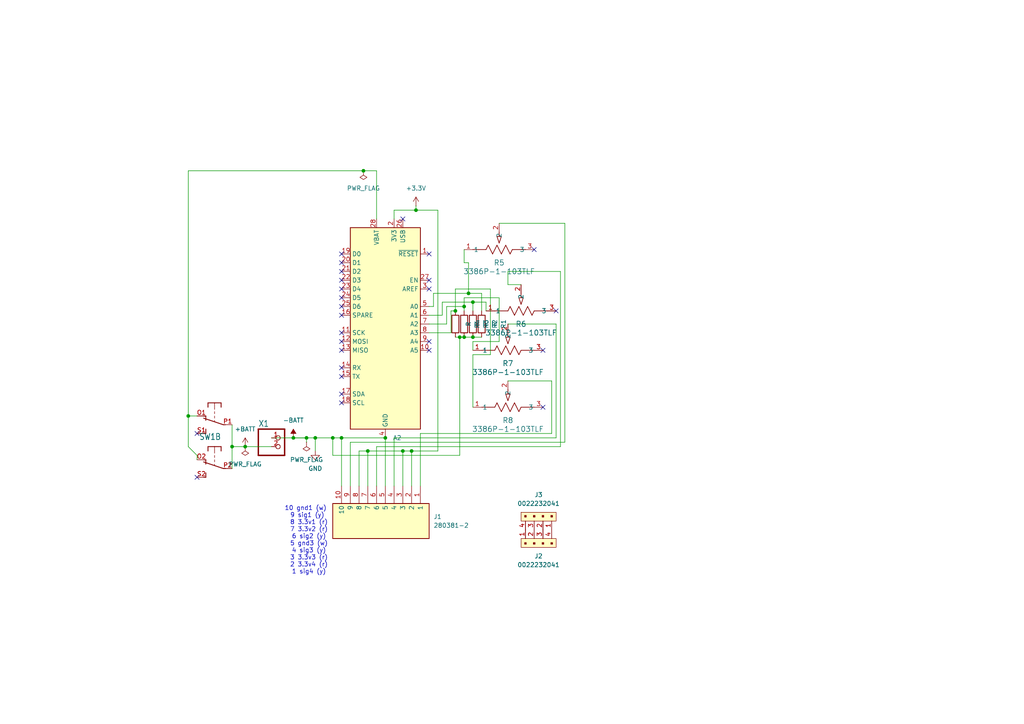
<source format=kicad_sch>
(kicad_sch (version 20231120) (generator "eeschema") (generator_version "8.0")
  (paper "A4")
  (lib_symbols
    (symbol "2024-10-11_09-35-27:3386P-1-103TLF" (pin_names (offset 0.254))
      (property "Reference" "R" (at 10.795 -3.175 0))
      (property "Value" "3386P-1-103TLF" (at 10.795 -6.35 0))
      (symbol "3386P-1-103TLF_1_1"
        (polyline (pts (xy 2.54 0) (xy 6.35 0)) (stroke (width 0.2032)))
        (polyline (pts (xy 6.35 0) (xy 6.985 1.27)) (stroke (width 0.2032)))
        (polyline (pts (xy 6.985 1.27) (xy 8.255 -1.27)) (stroke (width 0.2032)))
        (polyline (pts (xy 8.255 -1.27) (xy 9.525 1.27)) (stroke (width 0.2032)))
        (polyline (pts (xy 9.525 1.27) (xy 10.795 -1.27)) (stroke (width 0.2032)))
        (polyline (pts (xy 9.525 3.81) (xy 10.16 1.905)) (stroke (width 0.2032)))
        (polyline (pts (xy 9.525 3.81) (xy 10.795 3.81)) (stroke (width 0.2032)))
        (polyline (pts (xy 10.16 3.81) (xy 10.16 5.08)) (stroke (width 0.2032)))
        (polyline (pts (xy 10.795 -1.27) (xy 12.065 1.27)) (stroke (width 0.2032)))
        (polyline (pts (xy 10.795 3.81) (xy 10.16 1.905)) (stroke (width 0.2032)))
        (polyline (pts (xy 12.065 1.27) (xy 13.335 -1.27)) (stroke (width 0.2032)))
        (polyline (pts (xy 13.335 -1.27) (xy 13.97 0)) (stroke (width 0.2032)))
        (polyline (pts (xy 13.97 0) (xy 17.78 0)) (stroke (width 0.2032)))
        (pin unspecified line (at 0 0 0) (length 2.54) (name "1") (number "1"))
        (pin unspecified line (at 10.16 7.62 270) (length 2.54) (name "2") (number "2"))
        (pin unspecified line (at 20.32 0 180) (length 2.54) (name "3") (number "3"))
      )
      (symbol "3386P-1-103TLF_1_2"
        (polyline (pts (xy -3.81 -10.795) (xy -3.81 -9.525)) (stroke (width 0.2032)))
        (polyline (pts (xy -3.81 -10.795) (xy -1.905 -10.16)) (stroke (width 0.2032)))
        (polyline (pts (xy -3.81 -10.16) (xy -5.08 -10.16)) (stroke (width 0.2032)))
        (polyline (pts (xy -3.81 -9.525) (xy -1.905 -10.16)) (stroke (width 0.2032)))
        (polyline (pts (xy -1.27 -13.335) (xy 1.27 -12.065)) (stroke (width 0.2032)))
        (polyline (pts (xy -1.27 -10.795) (xy 1.27 -9.525)) (stroke (width 0.2032)))
        (polyline (pts (xy -1.27 -8.255) (xy 1.27 -6.985)) (stroke (width 0.2032)))
        (polyline (pts (xy 0 -17.78) (xy 0 -13.97)) (stroke (width 0.2032)))
        (polyline (pts (xy 0 -13.97) (xy -1.27 -13.335)) (stroke (width 0.2032)))
        (polyline (pts (xy 0 -6.35) (xy 0 -2.54)) (stroke (width 0.2032)))
        (polyline (pts (xy 1.27 -12.065) (xy -1.27 -10.795)) (stroke (width 0.2032)))
        (polyline (pts (xy 1.27 -9.525) (xy -1.27 -8.255)) (stroke (width 0.2032)))
        (polyline (pts (xy 1.27 -6.985) (xy 0 -6.35)) (stroke (width 0.2032)))
        (pin unspecified line (at 0 0 270) (length 2.54) (name "1") (number "1"))
        (pin unspecified line (at -7.62 -10.16 0) (length 2.54) (name "2") (number "2"))
        (pin unspecified line (at 0 -20.32 90) (length 2.54) (name "3") (number "3"))
      )
    )
    (symbol "280381-2:280381-2"
      (property "Reference" "J" (at 16.51 7.62 0))
      (property "Value" "280381-2" (at 16.51 5.08 0))
      (symbol "280381-2_1_1"
        (rectangle (start 5.08 2.54) (end 15.24 -25.4) (stroke (width 0.254)) (fill (type background)))
        (pin passive line (at 0 0 0) (length 5.08) (name "1") (number "1"))
        (pin passive line (at 0 -22.86 0) (length 5.08) (name "10") (number "10"))
        (pin passive line (at 0 -2.54 0) (length 5.08) (name "2") (number "2"))
        (pin passive line (at 0 -5.08 0) (length 5.08) (name "3") (number "3"))
        (pin passive line (at 0 -7.62 0) (length 5.08) (name "4") (number "4"))
        (pin passive line (at 0 -10.16 0) (length 5.08) (name "5") (number "5"))
        (pin passive line (at 0 -12.7 0) (length 5.08) (name "6") (number "6"))
        (pin passive line (at 0 -15.24 0) (length 5.08) (name "7") (number "7"))
        (pin passive line (at 0 -17.78 0) (length 5.08) (name "8") (number "8"))
        (pin passive line (at 0 -20.32 0) (length 5.08) (name "9") (number "9"))
      )
    )
    (symbol "Device:R" (pin_numbers hide) (pin_names (offset 0))
      (property "Reference" "R" (at 2.032 0 90))
      (property "Value" "R" (at 0 0 90))
      (symbol "R_0_1"
        (rectangle (start -1.016 -2.54) (end 1.016 2.54) (stroke (width 0.254)))
      )
      (symbol "R_1_1"
        (pin passive line (at 0 3.81 270) (length 1.27) (name "~") (number "1"))
        (pin passive line (at 0 -3.81 90) (length 1.27) (name "~") (number "2"))
      )
    )
    (symbol "JST2 switch-eagle-import:CON_JST_PH_2PIN"
      (property "Reference" "X" (at -6.35 5.715 0))
      (symbol "CON_JST_PH_2PIN_1_0"
        (polyline (pts (xy -6.35 -2.54) (xy 1.27 -2.54)) (stroke (width 0.4064)))
        (polyline (pts (xy -6.35 5.08) (xy -6.35 -2.54)) (stroke (width 0.4064)))
        (polyline (pts (xy 1.27 -2.54) (xy 1.27 5.08)) (stroke (width 0.4064)))
        (polyline (pts (xy 1.27 5.08) (xy -6.35 5.08)) (stroke (width 0.4064)))
        (pin passive inverted (at -2.54 2.54 0) (length 2.54) (name "1") (number "1"))
        (pin passive inverted (at -2.54 0 0) (length 2.54) (name "2") (number "2"))
      )
    )
    (symbol "JST2 switch-eagle-import:DPDT-EG1390"
      (property "Reference" "SW" (at -8.255 -1.905 90))
      (symbol "DPDT-EG1390_1_0"
        (polyline (pts (xy -6.35 -1.905) (xy -5.08 -1.905)) (stroke (width 0.254)))
        (polyline (pts (xy -6.35 0) (xy -6.35 -1.905)) (stroke (width 0.254)))
        (polyline (pts (xy -6.35 0) (xy -4.445 0)) (stroke (width 0.1524)))
        (polyline (pts (xy -6.35 1.905) (xy -6.35 0)) (stroke (width 0.254)))
        (polyline (pts (xy -6.35 1.905) (xy -5.08 1.905)) (stroke (width 0.254)))
        (polyline (pts (xy -3.175 0) (xy -3.81 0)) (stroke (width 0.1524)))
        (polyline (pts (xy -2.54 2.54) (xy -2.54 3.175)) (stroke (width 0.254)))
        (polyline (pts (xy -2.54 2.54) (xy -1.27 2.54)) (stroke (width 0.254)))
        (polyline (pts (xy -1.905 0) (xy -2.54 0)) (stroke (width 0.1524)))
        (polyline (pts (xy -0.889 0) (xy -1.27 0)) (stroke (width 0.1524)))
        (polyline (pts (xy 0 -3.175) (xy 0 -2.54)) (stroke (width 0.254)))
        (polyline (pts (xy 0 -2.54) (xy -1.905 3.175)) (stroke (width 0.254)))
        (polyline (pts (xy 1.27 2.54) (xy 2.54 2.54)) (stroke (width 0.254)))
        (polyline (pts (xy 2.54 2.54) (xy 2.54 3.175)) (stroke (width 0.254)))
        (pin passive line (at -2.54 5.08 270) (length 2.54) (name "O") (number "O1"))
        (pin passive line (at 0 -5.08 90) (length 2.54) (name "P") (number "P1"))
        (pin passive line (at 2.54 5.08 270) (length 2.54) (name "S") (number "S1"))
      )
      (symbol "DPDT-EG1390_2_0"
        (polyline (pts (xy -6.35 -1.905) (xy -5.08 -1.905)) (stroke (width 0.254)))
        (polyline (pts (xy -6.35 0) (xy -6.35 -1.905)) (stroke (width 0.254)))
        (polyline (pts (xy -6.35 0) (xy -4.445 0)) (stroke (width 0.1524)))
        (polyline (pts (xy -6.35 1.905) (xy -6.35 0)) (stroke (width 0.254)))
        (polyline (pts (xy -6.35 1.905) (xy -5.08 1.905)) (stroke (width 0.254)))
        (polyline (pts (xy -3.175 0) (xy -3.81 0)) (stroke (width 0.1524)))
        (polyline (pts (xy -2.54 2.54) (xy -2.54 3.175)) (stroke (width 0.254)))
        (polyline (pts (xy -2.54 2.54) (xy -1.27 2.54)) (stroke (width 0.254)))
        (polyline (pts (xy -1.905 0) (xy -2.54 0)) (stroke (width 0.1524)))
        (polyline (pts (xy -0.889 0) (xy -1.27 0)) (stroke (width 0.1524)))
        (polyline (pts (xy 0 -3.175) (xy 0 -2.54)) (stroke (width 0.254)))
        (polyline (pts (xy 0 -2.54) (xy -1.905 3.175)) (stroke (width 0.254)))
        (polyline (pts (xy 1.27 2.54) (xy 2.54 2.54)) (stroke (width 0.254)))
        (polyline (pts (xy 2.54 2.54) (xy 2.54 3.175)) (stroke (width 0.254)))
        (pin passive line (at -2.54 5.08 270) (length 2.54) (name "O") (number "O2"))
        (pin passive line (at 0 -5.08 90) (length 2.54) (name "P") (number "P2"))
        (pin passive line (at 2.54 5.08 270) (length 2.54) (name "S") (number "S2"))
      )
    )
    (symbol "MCU_Module:Adafruit_Feather_Generic"
      (property "Reference" "A2" (at 2.1941 -33.02 0))
      (symbol "Adafruit_Feather_Generic_0_1"
        (rectangle (start -10.16 27.94) (end 10.16 -30.48) (stroke (width 0.254)) (fill (type background)))
      )
      (symbol "Adafruit_Feather_Generic_1_1"
        (pin input line (at 12.7 20.32 180) (length 2.54) (name "~{RESET}") (number "1"))
        (pin bidirectional line (at 12.7 -7.62 180) (length 2.54) (name "A5") (number "10"))
        (pin bidirectional line (at -12.7 -2.54 0) (length 2.54) (name "SCK") (number "11"))
        (pin bidirectional line (at -12.7 -5.08 0) (length 2.54) (name "MOSI") (number "12"))
        (pin bidirectional line (at -12.7 -7.62 0) (length 2.54) (name "MISO") (number "13"))
        (pin bidirectional line (at -12.7 -12.7 0) (length 2.54) (name "RX") (number "14"))
        (pin bidirectional line (at -12.7 -15.24 0) (length 2.54) (name "TX") (number "15"))
        (pin bidirectional line (at -12.7 2.54 0) (length 2.54) (name "SPARE") (number "16"))
        (pin bidirectional line (at -12.7 -20.32 0) (length 2.54) (name "SDA") (number "17"))
        (pin bidirectional line (at -12.7 -22.86 0) (length 2.54) (name "SCL") (number "18"))
        (pin bidirectional line (at -12.7 20.32 0) (length 2.54) (name "D0") (number "19"))
        (pin power_out line (at 2.54 30.48 270) (length 2.54) (name "3V3") (number "2"))
        (pin bidirectional line (at -12.7 17.78 0) (length 2.54) (name "D1") (number "20"))
        (pin bidirectional line (at -12.7 15.24 0) (length 2.54) (name "D2") (number "21"))
        (pin bidirectional line (at -12.7 12.7 0) (length 2.54) (name "D3") (number "22"))
        (pin bidirectional line (at -12.7 10.16 0) (length 2.54) (name "D4") (number "23"))
        (pin bidirectional line (at -12.7 7.62 0) (length 2.54) (name "D5") (number "24"))
        (pin bidirectional line (at -12.7 5.08 0) (length 2.54) (name "D6") (number "25"))
        (pin power_in line (at 5.08 30.48 270) (length 2.54) (name "USB") (number "26"))
        (pin input line (at 12.7 12.7 180) (length 2.54) (name "EN") (number "27"))
        (pin power_in line (at -2.54 30.48 270) (length 2.54) (name "VBAT") (number "28"))
        (pin input line (at 12.7 10.16 180) (length 2.54) (name "AREF") (number "3"))
        (pin power_in line (at 0 -33.02 90) (length 2.54) (name "GND") (number "4"))
        (pin unspecified line (at 12.7 5.08 180) (length 2.54) (name "A0") (number "5"))
        (pin unspecified line (at 12.7 2.54 180) (length 2.54) (name "A1") (number "6"))
        (pin unspecified line (at 12.7 0 180) (length 2.54) (name "A2") (number "7"))
        (pin unspecified line (at 12.7 -2.54 180) (length 2.54) (name "A3") (number "8"))
        (pin bidirectional line (at 12.7 -5.08 180) (length 2.54) (name "A4") (number "9"))
      )
    )
    (symbol "dk_Rectangular-Connectors-Headers-Male-Pins:0022232041" (pin_names (offset 1.016))
      (property "Reference" "J" (at -2.54 1.27 0))
      (property "Value" "0022232041" (at 3.81 -3.81 0))
      (symbol "0022232041_1_1"
        (rectangle (start -1.27 0) (end 8.89 -2.54) (fill (type background)))
        (rectangle (start -0.254 -1.143) (end 0.254 -1.651) (fill (type outline)))
        (rectangle (start 2.286 -1.143) (end 2.794 -1.651) (fill (type outline)))
        (rectangle (start 4.826 -1.143) (end 5.334 -1.651) (fill (type outline)))
        (rectangle (start 7.366 -1.143) (end 7.874 -1.651) (fill (type outline)))
        (pin passive line (at 0 2.54 270) (length 2.54) (name "~") (number "1"))
        (pin passive line (at 2.54 2.54 270) (length 2.54) (name "~") (number "2"))
        (pin passive line (at 5.08 2.54 270) (length 2.54) (name "~") (number "3"))
        (pin passive line (at 7.62 2.54 270) (length 2.54) (name "~") (number "4"))
      )
    )
    (symbol "power:+3.3V" (power) (pin_numbers hide) (pin_names (offset 0) hide)
      (property "Value" "+3.3V" (at 0 3.556 0))
      (symbol "+3.3V_0_1"
        (polyline (pts (xy -0.762 1.27) (xy 0 2.54)))
        (polyline (pts (xy 0 0) (xy 0 2.54)))
        (polyline (pts (xy 0 2.54) (xy 0.762 1.27)))
      )
      (symbol "+3.3V_1_1"
        (pin power_in line (at 0 0 90) (length 0) (name "~") (number "1"))
      )
    )
    (symbol "power:+BATT" (power) (pin_numbers hide) (pin_names (offset 0) hide)
      (property "Value" "+BATT" (at 0 3.556 0))
      (symbol "+BATT_0_1"
        (polyline (pts (xy -0.762 1.27) (xy 0 2.54)))
        (polyline (pts (xy 0 0) (xy 0 2.54)))
        (polyline (pts (xy 0 2.54) (xy 0.762 1.27)))
      )
      (symbol "+BATT_1_1"
        (pin power_in line (at 0 0 90) (length 0) (name "~") (number "1"))
      )
    )
    (symbol "power:-BATT" (power) (pin_numbers hide) (pin_names (offset 0) hide)
      (property "Value" "-BATT" (at 0 3.556 0))
      (symbol "-BATT_0_1"
        (polyline (pts (xy 0 0) (xy 0 2.54)))
        (polyline (pts (xy 0.762 1.27) (xy -0.762 1.27) (xy 0 2.54) (xy 0.762 1.27)) (fill (type outline)))
      )
      (symbol "-BATT_1_1"
        (pin power_in line (at 0 0 90) (length 0) (name "~") (number "1"))
      )
    )
    (symbol "power:GND" (power) (pin_numbers hide) (pin_names (offset 0) hide)
      (property "Value" "GND" (at 0 -3.81 0))
      (symbol "GND_0_1"
        (polyline (pts (xy 0 0) (xy 0 -1.27) (xy 1.27 -1.27) (xy 0 -2.54) (xy -1.27 -1.27) (xy 0 -1.27)))
      )
      (symbol "GND_1_1"
        (pin power_in line (at 0 0 270) (length 0) (name "~") (number "1"))
      )
    )
    (symbol "power:PWR_FLAG" (power) (pin_numbers hide) (pin_names (offset 0) hide)
      (property "Value" "PWR_FLAG" (at 0 3.81 0))
      (symbol "PWR_FLAG_0_0"
        (pin power_out line (at 0 0 90) (length 0) (name "~") (number "1"))
      )
      (symbol "PWR_FLAG_0_1"
        (polyline (pts (xy 0 0) (xy 0 1.27) (xy -1.016 1.905) (xy 0 2.54) (xy 1.016 1.905) (xy 0 1.27)))
      )
    )
  )
  (junction (at 54.61 120.65))
  (junction (at 134.62 97.79))
  (junction (at 106.68 130.81))
  (junction (at 91.44 127))
  (junction (at 111.76 127))
  (junction (at 119.38 130.81))
  (junction (at 133.35 97.79))
  (junction (at 71.12 129.54))
  (junction (at 105.41 49.53))
  (junction (at 137.16 97.79))
  (junction (at 67.31 129.54))
  (junction (at 96.52 127))
  (junction (at 134.62 88.9))
  (junction (at 137.16 87.63))
  (junction (at 116.84 130.81))
  (junction (at 88.9 127))
  (junction (at 120.65 60.96))
  (junction (at 85.09 127))
  (junction (at 132.08 90.17))
  (junction (at 99.06 127))
  (junction (at 135.89 85.09))
  (no_connect (at 99.06 106.68))
  (no_connect (at 116.84 63.5))
  (no_connect (at 99.06 99.06))
  (no_connect (at 57.15 125.73))
  (no_connect (at 99.06 83.82))
  (no_connect (at 99.06 78.74))
  (no_connect (at 157.48 118.11))
  (no_connect (at 99.06 88.9))
  (no_connect (at 124.46 83.82))
  (no_connect (at 157.48 101.6))
  (no_connect (at 57.15 138.43))
  (no_connect (at 99.06 91.44))
  (no_connect (at 124.46 73.66))
  (no_connect (at 124.46 99.06))
  (no_connect (at 99.06 81.28))
  (no_connect (at 99.06 109.22))
  (no_connect (at 99.06 96.52))
  (no_connect (at 99.06 76.2))
  (no_connect (at 99.06 114.3))
  (no_connect (at 124.46 101.6))
  (no_connect (at 161.29 90.17))
  (no_connect (at 99.06 86.36))
  (no_connect (at 124.46 81.28))
  (no_connect (at 99.06 73.66))
  (no_connect (at 154.94 72.39))
  (no_connect (at 99.06 101.6))
  (no_connect (at 99.06 116.84))
  (wire (pts (xy 111.76 140.97) (xy 111.76 127)))
  (wire (pts (xy 144.78 99.06) (xy 144.78 86.36)))
  (wire (pts (xy 147.32 78.74) (xy 147.32 82.55)))
  (wire (pts (xy 137.16 87.63) (xy 128.27 87.63)))
  (wire (pts (xy 133.35 132.08) (xy 96.52 132.08)))
  (wire (pts (xy 137.16 101.6) (xy 137.16 99.06)))
  (wire (pts (xy 129.54 88.9) (xy 129.54 93.98)))
  (wire (pts (xy 85.09 127) (xy 88.9 127)) (stroke (width 0.1524)))
  (wire (pts (xy 99.06 127) (xy 99.06 140.97)))
  (wire (pts (xy 121.92 140.97) (xy 121.92 125.73)))
  (wire (pts (xy 109.22 49.53) (xy 109.22 63.5)) (stroke (width 0.1524)))
  (wire (pts (xy 128.27 87.63) (xy 128.27 91.44)))
  (wire (pts (xy 88.9 127) (xy 91.44 127)) (stroke (width 0.1524)))
  (wire (pts (xy 135.89 85.09) (xy 125.73 85.09)))
  (wire (pts (xy 140.97 90.17) (xy 140.97 87.63)))
  (wire (pts (xy 137.16 97.79) (xy 139.7 97.79)))
  (wire (pts (xy 116.84 130.81) (xy 119.38 130.81)))
  (wire (pts (xy 137.16 99.06) (xy 144.78 99.06)))
  (wire (pts (xy 133.35 97.79) (xy 134.62 97.79)))
  (wire (pts (xy 54.61 120.65) (xy 54.61 49.53)) (stroke (width 0.1524)))
  (wire (pts (xy 57.15 120.65) (xy 54.61 120.65)) (stroke (width 0.1524)))
  (wire (pts (xy 139.7 85.09) (xy 135.89 85.09)))
  (wire (pts (xy 99.06 127) (xy 111.76 127)))
  (wire (pts (xy 67.31 129.54) (xy 67.31 135.89)) (stroke (width 0.1524)))
  (wire (pts (xy 96.52 132.08) (xy 96.52 127)))
  (wire (pts (xy 130.81 90.17) (xy 130.81 96.52)))
  (wire (pts (xy 137.16 102.87) (xy 142.24 102.87)))
  (wire (pts (xy 101.6 128.27) (xy 163.83 128.27)))
  (wire (pts (xy 125.73 85.09) (xy 125.73 88.9)))
  (wire (pts (xy 125.73 88.9) (xy 124.46 88.9)))
  (wire (pts (xy 121.92 125.73) (xy 160.02 125.73)))
  (wire (pts (xy 106.68 130.81) (xy 104.14 130.81)))
  (wire (pts (xy 139.7 85.09) (xy 139.7 90.17)))
  (wire (pts (xy 137.16 118.11) (xy 137.16 102.87)))
  (wire (pts (xy 57.15 133.35) (xy 57.15 132.08)) (stroke (width 0.1524)))
  (wire (pts (xy 134.62 72.39) (xy 134.62 76.2)))
  (wire (pts (xy 132.08 83.82) (xy 132.08 90.17)))
  (wire (pts (xy 106.68 130.81) (xy 116.84 130.81)))
  (wire (pts (xy 128.27 91.44) (xy 124.46 91.44)))
  (wire (pts (xy 130.81 96.52) (xy 124.46 96.52)))
  (wire (pts (xy 137.16 87.63) (xy 137.16 90.17)))
  (wire (pts (xy 96.52 127) (xy 99.06 127)) (stroke (width 0.1524)))
  (wire (pts (xy 104.14 130.81) (xy 104.14 140.97)))
  (wire (pts (xy 71.12 129.54) (xy 78.74 129.54)) (stroke (width 0.1524)))
  (wire (pts (xy 134.62 97.79) (xy 137.16 97.79)))
  (wire (pts (xy 142.24 102.87) (xy 142.24 83.82)))
  (wire (pts (xy 88.9 128.27) (xy 88.9 127)))
  (wire (pts (xy 160.02 110.49) (xy 147.32 110.49)))
  (wire (pts (xy 67.31 123.19) (xy 67.31 129.54)) (stroke (width 0.1524)))
  (wire (pts (xy 109.22 140.97) (xy 109.22 129.54)))
  (wire (pts (xy 161.29 127) (xy 161.29 93.98)))
  (wire (pts (xy 134.62 88.9) (xy 134.62 90.17)))
  (wire (pts (xy 91.44 127) (xy 96.52 127)) (stroke (width 0.1524)))
  (wire (pts (xy 134.62 88.9) (xy 129.54 88.9)))
  (wire (pts (xy 78.74 127) (xy 85.09 127)) (stroke (width 0.1524)))
  (wire (pts (xy 163.83 64.77) (xy 163.83 128.27)))
  (wire (pts (xy 101.6 140.97) (xy 101.6 128.27)))
  (wire (pts (xy 109.22 129.54) (xy 162.56 129.54)))
  (wire (pts (xy 160.02 125.73) (xy 160.02 110.49)))
  (wire (pts (xy 163.83 64.77) (xy 144.78 64.77)))
  (wire (pts (xy 142.24 83.82) (xy 132.08 83.82)))
  (wire (pts (xy 54.61 49.53) (xy 105.41 49.53)) (stroke (width 0.1524)))
  (wire (pts (xy 129.54 93.98) (xy 124.46 93.98)))
  (wire (pts (xy 127 60.96) (xy 127 130.81)))
  (wire (pts (xy 114.3 127) (xy 161.29 127)))
  (wire (pts (xy 114.3 63.5) (xy 114.3 60.96)))
  (wire (pts (xy 57.15 132.08) (xy 54.61 129.54)) (stroke (width 0.1524)))
  (wire (pts (xy 119.38 130.81) (xy 119.38 140.97)))
  (wire (pts (xy 132.08 97.79) (xy 133.35 97.79)))
  (wire (pts (xy 132.08 90.17) (xy 130.81 90.17)))
  (wire (pts (xy 114.3 60.96) (xy 120.65 60.96)))
  (wire (pts (xy 134.62 76.2) (xy 135.89 76.2)))
  (wire (pts (xy 120.65 60.96) (xy 127 60.96)))
  (wire (pts (xy 120.65 59.69) (xy 120.65 60.96)))
  (wire (pts (xy 54.61 120.65) (xy 54.61 129.54)) (stroke (width 0.1524)))
  (wire (pts (xy 88.9 127) (xy 85.09 127)))
  (wire (pts (xy 133.35 97.79) (xy 133.35 132.08)))
  (wire (pts (xy 105.41 49.53) (xy 109.22 49.53)) (stroke (width 0.1524)))
  (wire (pts (xy 162.56 78.74) (xy 162.56 129.54)))
  (wire (pts (xy 147.32 82.55) (xy 151.13 82.55)))
  (wire (pts (xy 135.89 76.2) (xy 135.89 85.09)))
  (wire (pts (xy 144.78 86.36) (xy 134.62 86.36)))
  (wire (pts (xy 134.62 86.36) (xy 134.62 88.9)))
  (wire (pts (xy 91.44 127) (xy 91.44 130.81)))
  (wire (pts (xy 140.97 87.63) (xy 137.16 87.63)))
  (wire (pts (xy 67.31 129.54) (xy 71.12 129.54)) (stroke (width 0.1524)))
  (wire (pts (xy 147.32 93.98) (xy 161.29 93.98)))
  (wire (pts (xy 162.56 78.74) (xy 147.32 78.74)))
  (wire (pts (xy 116.84 130.81) (xy 116.84 140.97)))
  (wire (pts (xy 119.38 130.81) (xy 127 130.81)))
  (wire (pts (xy 114.3 140.97) (xy 114.3 127)))
  (wire (pts (xy 106.68 130.81) (xy 106.68 140.97)))
  (text "10 gnd1 (w)\n 9 sig1 (y)\n  8 3.3v1 (r)\n  7 3.3v2 (r)\n  6 sig2 (y)\n  5 gnd3 (w)\n  4 sig3 (y)\n  3 3.3v3 (r)\n  2 3.3v4 (r)\n  1 sig4 (y)" (at 88.646 156.718 0) (effects (font (size 1.27 1.27))))
  (symbol (lib_id "power:GND") (at 91.44 130.81 0) (unit 1)
    (property "Reference" "#PWR01" (effects (hide yes)))
    (property "Value" "GND" (at 91.44 135.89 0))
    (property "Description" "Power symbol creates a global label with name \"GND\" , ground" (effects (hide yes)))
  )
  (symbol (lib_id "power:PWR_FLAG") (at 105.41 49.53 180) (unit 1)
    (property "Reference" "#FLG01" (effects (hide yes)))
    (property "Value" "PWR_FLAG" (at 105.41 54.61 0))
    (property "Description" "Special symbol for telling ERC where power comes from" (effects (hide yes)))
  )
  (symbol (lib_id "2024-10-11_09-35-27:3386P-1-103TLF") (at 140.97 90.17 0) (unit 1)
    (property "Reference" "R6" (at 151.13 93.98 0) (effects (font (size 1.524 1.524))))
    (property "Value" "3386P-1-103TLF" (at 151.13 96.52 0) (effects (font (size 1.524 1.524))))
    (property "Footprint" "footprints2:POT_3386P" (effects (hide yes)))
    (property "Datasheet" "3386P-1-103TLF" (effects (hide yes)))
  )
  (symbol (lib_id "power:+BATT") (at 71.12 129.54 0) (unit 1)
    (property "Reference" "#PWR05" (effects (hide yes)))
    (property "Value" "+BATT" (at 71.12 124.46 0))
    (property "Description" "Power symbol creates a global label with name \"+BATT\"" (effects (hide yes)))
  )
  (symbol (lib_id "2024-10-11_09-35-27:3386P-1-103TLF") (at 134.62 72.39 0) (unit 1)
    (property "Reference" "R5" (at 144.78 76.2 0) (effects (font (size 1.524 1.524))))
    (property "Value" "3386P-1-103TLF" (at 144.78 78.74 0) (effects (font (size 1.524 1.524))))
    (property "Footprint" "footprints2:POT_3386P" (effects (hide yes)))
    (property "Datasheet" "3386P-1-103TLF" (effects (hide yes)))
  )
  (symbol (lib_id "Device:R") (at 132.08 93.98 0) (unit 1)
    (property "Reference" "R4" (at 138.43 93.98 90))
    (property "Value" "R" (at 135.89 93.98 90))
    (property "Footprint" "Resistor_SMD:R_0805_2012Metric_Pad1.20x1.40mm_HandSolder" (effects (hide yes)))
    (property "Description" "Resistor" (effects (hide yes)))
  )
  (symbol (lib_id "280381-2:280381-2") (at 121.92 140.97 270) (unit 1)
    (property "Reference" "J1" (at 125.73 149.8599 90) (effects (justify left)))
    (property "Value" "280381-2" (at 125.73 152.3999 90) (effects (justify left)))
    (property "Footprint" "KiCad:2803812" (effects (hide yes)))
    (property "Datasheet" "https://www.te.com/commerce/DocumentDelivery/DDEController?Action=srchrtrv&DocNm=280377&DocType=Customer+Drawing&DocLang=English" (effects (hide yes)))
    (property "Description" "10P MODU II SHRD HDR,RT ANG, 0.38AU" (effects (hide yes)))
    (property "Height" "5" (effects (hide yes)))
    (property "Manufacturer_Name" "TE Connectivity" (effects (hide yes)))
    (property "Manufacturer_Part_Number" "280381-2" (effects (hide yes)))
  )
  (symbol (lib_id "power:-BATT") (at 85.09 127 0) (unit 1)
    (property "Reference" "#PWR06" (effects (hide yes)))
    (property "Value" "-BATT" (at 85.09 121.92 0))
    (property "Description" "Power symbol creates a global label with name \"-BATT\"" (effects (hide yes)))
  )
  (symbol (lib_id "MCU_Module:Adafruit_Feather_Generic") (at 111.76 93.98 0) (unit 1)
    (property "Reference" "A2" (at 113.9541 127 0) (effects (justify left)))
    (property "Value" "Adafruit_Feather_Generic" (effects (hide yes)))
    (property "Footprint" "Module:Adafruit_Feather" (effects (hide yes)))
    (property "Datasheet" "https://cdn-learn.adafruit.com/downloads/pdf/adafruit-feather.pdf" (effects (hide yes)))
    (property "Description" "Microcontroller module in various flavor, generic symbol" (effects (hide yes)))
  )
  (symbol (lib_id "JST2 switch-eagle-import:DPDT-EG1390") (at 62.23 123.19 90) (mirror x) (unit 1)
    (property "Reference" "SW1" (effects (hide yes)))
    (property "Value" "DPDT-EG1390" (effects (hide yes)))
    (property "Footprint" "JST2 switch:EG1390" (effects (hide yes)))
  )
  (symbol (lib_id "power:PWR_FLAG") (at 88.9 128.27 180) (unit 1)
    (property "Reference" "#FLG05" (effects (hide yes)))
    (property "Value" "PWR_FLAG" (at 88.9 133.35 0))
    (property "Description" "Special symbol for telling ERC where power comes from" (effects (hide yes)))
  )
  (symbol (lib_id "2024-10-11_09-35-27:3386P-1-103TLF") (at 137.16 118.11 0) (unit 1)
    (property "Reference" "R8" (at 147.32 121.92 0) (effects (font (size 1.524 1.524))))
    (property "Value" "3386P-1-103TLF" (at 147.32 124.46 0) (effects (font (size 1.524 1.524))))
    (property "Footprint" "footprints2:POT_3386P" (effects (hide yes)))
    (property "Datasheet" "3386P-1-103TLF" (effects (hide yes)))
  )
  (symbol (lib_id "Device:R") (at 134.62 93.98 0) (unit 1)
    (property "Reference" "R3" (at 140.97 93.98 90))
    (property "Value" "R" (at 138.43 93.98 90))
    (property "Footprint" "Resistor_SMD:R_0805_2012Metric_Pad1.20x1.40mm_HandSolder" (effects (hide yes)))
    (property "Description" "Resistor" (effects (hide yes)))
  )
  (symbol (lib_id "Device:R") (at 139.7 93.98 0) (unit 1)
    (property "Reference" "R1" (at 146.05 93.98 90))
    (property "Value" "R" (at 143.51 93.98 90))
    (property "Footprint" "Resistor_SMD:R_0805_2012Metric_Pad1.20x1.40mm_HandSolder" (effects (hide yes)))
    (property "Description" "Resistor" (effects (hide yes)))
  )
  (symbol (lib_id "JST2 switch-eagle-import:DPDT-EG1390") (at 62.23 135.89 90) (mirror x) (unit 2)
    (property "Reference" "SW1" (at 64.135 127.635 90) (effects (font (size 1.778 1.5113)) (justify left bottom)))
    (property "Value" "DPDT-EG1390" (effects (hide yes)))
    (property "Footprint" "JST2 switch:EG1390" (effects (hide yes)))
  )
  (symbol (lib_id "power:PWR_FLAG") (at 71.12 129.54 180) (unit 1)
    (property "Reference" "#FLG04" (effects (hide yes)))
    (property "Value" "PWR_FLAG" (at 71.12 134.62 0))
    (property "Description" "Special symbol for telling ERC where power comes from" (effects (hide yes)))
  )
  (symbol (lib_id "power:+3.3V") (at 120.65 59.69 0) (unit 1)
    (property "Reference" "#PWR0103" (effects (hide yes)))
    (property "Value" "+3.3V" (at 120.65 54.61 0))
    (property "Description" "Power symbol creates a global label with name \"+3.3V\"" (effects (hide yes)))
  )
  (symbol (lib_id "dk_Rectangular-Connectors-Headers-Male-Pins:0022232041") (at 152.4 156.21 0) (unit 1)
    (property "Reference" "J2" (at 156.21 161.29 0))
    (property "Value" "0022232041" (at 156.21 163.83 0))
    (property "Footprint" "digikey-footprints:PinHeader_1x4_P2.54mm_Drill1.02mm" (effects (hide yes)))
    (property "Datasheet" "https://www.molex.com/pdm_docs/sd/022232041_sd.pdf" (effects (hide yes)))
    (property "Description" "CONN HEADER VERT 4POS 2.54MM" (effects (hide yes)))
    (property "Digi-Key_PN" "WM4202-ND" (effects (hide yes)))
    (property "MPN" "0022232041" (effects (hide yes)))
    (property "Category" "Connectors, Interconnects" (effects (hide yes)))
    (property "Family" "Rectangular Connectors - Headers, Male Pins" (effects (hide yes)))
    (property "DK_Datasheet_Link" "https://www.molex.com/pdm_docs/sd/022232041_sd.pdf" (effects (hide yes)))
    (property "DK_Detail_Page" "/product-detail/en/molex/0022232041/WM4202-ND/26671" (effects (hide yes)))
    (property "Description_1" "CONN HEADER VERT 4POS 2.54MM" (effects (hide yes)))
    (property "Manufacturer" "Molex" (effects (hide yes)))
    (property "Status" "Active" (effects (hide yes)))
  )
  (symbol (lib_id "Device:R") (at 137.16 93.98 0) (unit 1)
    (property "Reference" "R2" (at 143.51 93.98 90))
    (property "Value" "R" (at 140.97 93.98 90))
    (property "Footprint" "Resistor_SMD:R_0805_2012Metric_Pad1.20x1.40mm_HandSolder" (effects (hide yes)))
    (property "Description" "Resistor" (effects (hide yes)))
  )
  (symbol (lib_id "JST2 switch-eagle-import:CON_JST_PH_2PIN") (at 81.28 129.54 0) (unit 1)
    (property "Reference" "X1" (at 74.93 123.825 0) (effects (font (size 1.778 1.5113)) (justify left bottom)))
    (property "Value" "CON_JST_PH_2PIN" (effects (hide yes)))
    (property "Footprint" "JST2 switch:JSTPH2" (effects (hide yes)))
  )
  (symbol (lib_id "dk_Rectangular-Connectors-Headers-Male-Pins:0022232041") (at 160.02 151.13 180) (unit 1)
    (property "Reference" "J3" (at 156.21 143.51 0))
    (property "Value" "0022232041" (at 156.21 146.05 0))
    (property "Footprint" "digikey-footprints:PinHeader_1x4_P2.54mm_Drill1.02mm" (effects (hide yes)))
    (property "Datasheet" "https://www.molex.com/pdm_docs/sd/022232041_sd.pdf" (effects (hide yes)))
    (property "Description" "CONN HEADER VERT 4POS 2.54MM" (effects (hide yes)))
    (property "Digi-Key_PN" "WM4202-ND" (effects (hide yes)))
    (property "MPN" "0022232041" (effects (hide yes)))
    (property "Category" "Connectors, Interconnects" (effects (hide yes)))
    (property "Family" "Rectangular Connectors - Headers, Male Pins" (effects (hide yes)))
    (property "DK_Datasheet_Link" "https://www.molex.com/pdm_docs/sd/022232041_sd.pdf" (effects (hide yes)))
    (property "DK_Detail_Page" "/product-detail/en/molex/0022232041/WM4202-ND/26671" (effects (hide yes)))
    (property "Description_1" "CONN HEADER VERT 4POS 2.54MM" (effects (hide yes)))
    (property "Manufacturer" "Molex" (effects (hide yes)))
    (property "Status" "Active" (effects (hide yes)))
  )
  (symbol (lib_id "2024-10-11_09-35-27:3386P-1-103TLF") (at 137.16 101.6 0) (unit 1)
    (property "Reference" "R7" (at 147.32 105.41 0) (effects (font (size 1.524 1.524))))
    (property "Value" "3386P-1-103TLF" (at 147.32 107.95 0) (effects (font (size 1.524 1.524))))
    (property "Footprint" "footprints2:POT_3386P" (effects (hide yes)))
    (property "Datasheet" "3386P-1-103TLF" (effects (hide yes)))
  )
)
</source>
